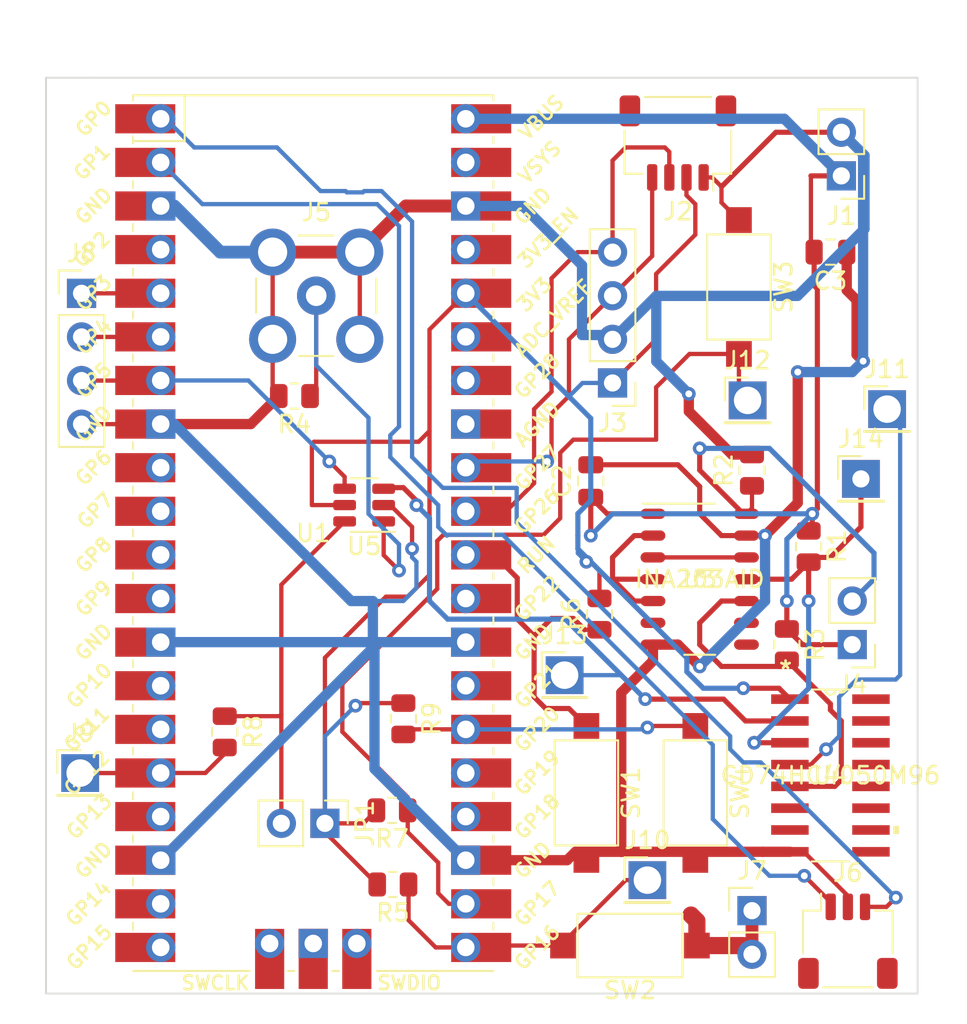
<source format=kicad_pcb>
(kicad_pcb (version 20221018) (generator pcbnew)
  (layers (0 "F.Cu" signal) (31 "B.Cu" signal) (34 "B.Paste" user) (35 "F.Paste" user) (36 "B.SilkS" user "B.Silkscreen") (37 "F.SilkS" user "F.Silkscreen") (38 "B.Mask" user) (39 "F.Mask" user) (44 "Edge.Cuts" user))
  (net 0 "")
  (net 1 "GND")
  (net 2 "+5V")
  (net 3 "+3.3V")
  (net 4 "Net-(J2-Pin_3)")
  (net 5 "Net-(J2-Pin_4)")
  (net 6 "Net-(J4-Pin_2)")
  (net 7 "Net-(J5-In)")
  (net 8 "Net-(J6-Pin_1)")
  (net 9 "Net-(J6-Pin_3)")
  (net 10 "Net-(J8-Pin_1)")
  (net 11 "Net-(J8-Pin_2)")
  (net 12 "Net-(J8-Pin_3)")
  (net 13 "Net-(J9-Pin_1)")
  (net 14 "Net-(J10-Pin_1)")
  (net 15 "Net-(J11-Pin_1)")
  (net 16 "Net-(J12-Pin_1)")
  (net 17 "Net-(J13-Pin_1)")
  (net 18 "Net-(J14-Pin_1)")
  (net 19 "Net-(JP1-B)")
  (net 20 "Net-(U3-CMP2_OUT)")
  (net 21 "Net-(U1-RUN)")
  (net 22 "Net-(U1-GPIO20)")
  (net 45 "Net-(U3-CMP1_IN+)")
  (net 46 "Net-(U3-1-2V_REF_OUT)")
  (footprint "Resistor_SMD:R_0805_2012Metric" (layer "F.Cu") (at 150.368 106.172 90)
    (fp_text reference "R6")
    (fp_text value "R")
  )
  (footprint "Resistor_SMD:R_0805_2012Metric" (layer "F.Cu") (at 128.524 113.03 -90)
    (fp_text reference "R8")
    (fp_text value "R")
  )
  (footprint "Capacitor_SMD:C_0805_2012Metric" (layer "F.Cu") (at 149.86 98.425 90)
    (fp_text reference "C2")
    (fp_text value "10nF")
  )
  (footprint "Button_Switch_SMD:SW_SPST_CK_RS282G05A3" (layer "F.Cu") (at 158.496 87.122 -90)
    (fp_text reference "SW3")
    (fp_text value "SW_Push")
  )
  (footprint "Connector_PinHeader_2.54mm:PinHeader_1x04_P2.54mm_Vertical" (layer "F.Cu") (at 120.18 87.49)
    (fp_text reference "J8")
    (fp_text value "Conn_01x04")
  )
  (footprint "Connector_PinHeader_2.54mm:PinHeader_1x01_P2.54mm_Vertical" (layer "F.Cu") (at 148.336 109.728)
    (fp_text reference "J13")
    (fp_text value "Conn_01x01")
  )
  (footprint "Resistor_SMD:R_0805_2012Metric" (layer "F.Cu") (at 138.938 112.268 -90)
    (fp_text reference "R9")
    (fp_text value "R")
  )
  (footprint "Button_Switch_SMD:SW_SPST_CK_RS282G05A3" (layer "F.Cu") (at 149.606 116.586 -90)
    (fp_text reference "SW1")
    (fp_text value "SW_Push")
  )
  (footprint "Connector_PinHeader_2.54mm:PinHeader_1x01_P2.54mm_Vertical" (layer "F.Cu") (at 120.1 115.43)
    (fp_text reference "J9")
    (fp_text value "Conn_01x01")
  )
  (footprint "Connector_PinHeader_2.54mm:PinHeader_1x02_P2.54mm_Vertical" (layer "F.Cu") (at 134.366 118.359 -90)
    (fp_text reference "JP1")
    (fp_text value "Jumper_2_Open")
  )
  (footprint "Connector_PinHeader_2.54mm:PinHeader_1x02_P2.54mm_Vertical" (layer "F.Cu") (at 165.1 107.95 180)
    (fp_text reference "J4")
    (fp_text value "sensor")
  )
  (footprint "Connector_PinHeader_2.54mm:PinHeader_1x02_P2.54mm_Vertical" (layer "F.Cu") (at 164.465 80.65 180)
    (fp_text reference "J1")
    (fp_text value "power")
  )
  (footprint "Connector_JST:JST_SH_SM03B-SRSS-TB_1x03-1MP_P1.00mm_Horizontal" (layer "F.Cu") (at 164.846 125.222)
    (fp_text reference "J6")
    (fp_text value "Conn_01x03")
  )
  (footprint "Connector_PinHeader_2.54mm:PinHeader_1x01_P2.54mm_Vertical" (layer "F.Cu") (at 159.004 93.726)
    (fp_text reference "J12")
    (fp_text value "Conn_01x01")
  )
  (footprint "Capacitor_SMD:C_0805_2012Metric" (layer "F.Cu") (at 163.83 85.09 180)
    (fp_text reference "C3")
    (fp_text value "3.3uF")
  )
  (footprint "Resistor_SMD:R_0805_2012Metric" (layer "F.Cu") (at 138.3265 121.92 180)
    (fp_text reference "R5")
    (fp_text value "R")
  )
  (footprint "Resistor_SMD:R_0805_2012Metric" (layer "F.Cu") (at 159.258 97.79 90)
    (fp_text reference "R2")
    (fp_text value "R")
  )
  (footprint "Package_TO_SOT_SMD:SOT-23-6" (layer "F.Cu") (at 136.652 99.822 180)
    (fp_text reference "U5")
    (fp_text value "TS5A63157DBV")
  )
  (footprint "Resistor_SMD:R_0805_2012Metric" (layer "F.Cu") (at 132.588 93.472 180)
    (fp_text reference "R4")
    (fp_text value "R")
  )
  (footprint "Connector_PinHeader_2.54mm:PinHeader_1x01_P2.54mm_Vertical" (layer "F.Cu") (at 165.608 98.298)
    (fp_text reference "J14")
    (fp_text value "Conn_01x01")
  )
  (footprint "CD74HC4050M96:CD74HC4050M96" (layer "F.Cu") (at 163.83 115.57)
    (fp_text reference "U4")
    (fp_text value "CD74HC4050M96")
  )
  (footprint "Connector_PinHeader_2.54mm:PinHeader_1x01_P2.54mm_Vertical" (layer "F.Cu") (at 167.132 94.234)
    (fp_text reference "J11")
    (fp_text value "Conn_01x01")
  )
  (footprint "Button_Switch_SMD:SW_SPST_CK_RS282G05A3" (layer "F.Cu") (at 155.956 116.586 -90)
    (fp_text reference "SW4")
    (fp_text value "SW_Push")
  )
  (footprint "Resistor_SMD:R_0805_2012Metric" (layer "F.Cu") (at 161.29 107.95 -90)
    (fp_text reference "R3")
    (fp_text value "R")
  )
  (footprint "MCU_RaspberryPi_and_Boards:RPi_Pico_SMD_TH" (layer "F.Cu") (at 133.685 101.455)
    (fp_text reference "U1")
    (fp_text value "Pico")
  )
  (footprint "Resistor_SMD:R_0805_2012Metric" (layer "F.Cu") (at 162.56 102.235 -90)
    (fp_text reference "R1")
    (fp_text value "R")
  )
  (footprint "Connector_PinHeader_2.54mm:PinHeader_1x01_P2.54mm_Vertical" (layer "F.Cu") (at 153.162 121.666)
    (fp_text reference "J10")
    (fp_text value "Conn_01x01")
  )
  (footprint "Connector_JST:JST_SH_SM04B-SRSS-TB_1x04-1MP_P1.00mm_Horizontal" (layer "F.Cu") (at 154.94 78.74 180)
    (fp_text reference "J2")
    (fp_text value "i2c")
  )
  (footprint "INA203AID:INA203AID" (layer "F.Cu") (at 156.21 104.14)
    (fp_text reference "U3")
    (fp_text value "INA203AID")
  )
  (footprint "Connector_Coaxial:SMB_Jack_Vertical" (layer "F.Cu") (at 133.858 87.63)
    (fp_text reference "J5")
    (fp_text value "Conn_Coaxial")
  )
  (footprint "Button_Switch_SMD:SW_SPST_CK_RS282G05A3" (layer "F.Cu") (at 152.146 125.476 180)
    (fp_text reference "SW2")
    (fp_text value "SW_Push")
  )
  (footprint "Resistor_SMD:R_0805_2012Metric" (layer "F.Cu") (at 138.2795 117.602 180)
    (fp_text reference "R7")
    (fp_text value "R")
  )
  (footprint "Connector_PinHeader_2.54mm:PinHeader_1x02_P2.54mm_Vertical" (layer "F.Cu") (at 159.258 123.444)
    (fp_text reference "J7")
    (fp_text value "ground")
  )
  (footprint "Connector_PinHeader_2.54mm:PinHeader_1x04_P2.54mm_Vertical" (layer "F.Cu") (at 151.13 92.71 180)
    (fp_text reference "J3")
    (fp_text value "display")
  )
  (gr_line (start 168.91 74.93) (end 168.91 128.27) (stroke (width 0.1)) (layer "Edge.Cuts"))
  (gr_line (start 118.11 74.93) (end 120.65 74.93) (stroke (width 0.1)) (layer "Edge.Cuts"))
  (gr_line (start 168.91 128.27) (end 118.11 128.27) (stroke (width 0.1)) (layer "Edge.Cuts"))
  (gr_line (start 120.65 74.93) (end 168.91 74.93) (stroke (width 0.1)) (layer "Edge.Cuts"))
  (gr_line (start 118.11 128.27) (end 118.11 74.93) (stroke (width 0.1)) (layer "Edge.Cuts"))
  (segment (start 161.925 99.695) (end 161.925 92.075) (width 0.6) (layer "F.Cu") (net 1))
  (segment (start 165.354 91.059) (end 165.735 91.44) (width 0.6) (layer "F.Cu") (net 1))
  (segment (start 151.638 120.015) (end 159.893 120.015) (width 0.6) (layer "F.Cu") (net 1))
  (segment (start 156.046 125.476) (end 158.75 125.476) (width 1) (layer "F.Cu") (net 1))
  (segment (start 156.94 80.74) (end 157.48 81.28) (width 0.25) (layer "F.Cu") (net 1))
  (segment (start 164.78 87.31) (end 165.354 87.884) (width 0.6) (layer "F.Cu") (net 1))
  (segment (start 158.75 125.476) (end 159.258 125.984) (width 0.25) (layer "F.Cu") (net 1))
  (segment (start 157.607 81.153) (end 157.48 81.28) (width 0.3) (layer "F.Cu") (net 1))
  (segment (start 131.318 90.17) (end 131.318 93.1145) (width 0.25) (layer "F.Cu") (net 1))
  (segment (start 164.846 123.222) (end 164.846 122.5804) (width 0.25) (layer "F.Cu") (net 1))
  (segment (start 148.481 120.505) (end 148.971 120.015) (width 0.6) (layer "F.Cu") (net 1))
  (segment (start 157.48 101.6) (end 158.934998 101.6) (width 0.3) (layer "F.Cu") (net 1))
  (segment (start 139.446 101.094249) (end 139.446 102.362) (width 0.25) (layer "F.Cu") (net 1))
  (segment (start 164.465 78.11) (end 160.65 78.11) (width 0.3) (layer "F.Cu") (net 1))
  (segment (start 158.0915 96.8775) (end 159.258 96.8775) (width 0.6) (layer "F.Cu") (net 1))
  (segment (start 155.702 123.698) (end 156.046 124.042) (width 1) (layer "F.Cu") (net 1))
  (segment (start 160.65 78.11) (end 157.607 81.153) (width 0.3) (layer "F.Cu") (net 1))
  (segment (start 165.354 87.884) (end 165.354 91.059) (width 0.6) (layer "F.Cu") (net 1))
  (segment (start 142.575 120.505) (end 148.481 120.505) (width 0.6) (layer "F.Cu") (net 1))
  (segment (start 156.21 98.745) (end 156.21 100.33) (width 0.3) (layer "F.Cu") (net 1))
  (segment (start 131.318 85.09) (end 136.398 85.09) (width 0.75) (layer "F.Cu") (net 1))
  (segment (start 156.046 124.042) (end 156.046 125.476) (width 1) (layer "F.Cu") (net 1))
  (segment (start 154.94 97.475) (end 156.21 98.745) (width 0.3) (layer "F.Cu") (net 1))
  (segment (start 139.083 82.405) (end 142.575 82.405) (width 0.75) (layer "F.Cu") (net 1))
  (segment (start 154.94 107.95) (end 156.21 109.22) (width 0.6) (layer "F.Cu") (net 1))
  (segment (start 153.484999 108.897001) (end 151.638 110.744) (width 0.6) (layer "F.Cu") (net 1))
  (segment (start 136.398 85.09) (end 136.398 90.17) (width 0.25) (layer "F.Cu") (net 1))
  (segment (start 156.44 80.74) (end 156.94 80.74) (width 0.25) (layer "F.Cu") (net 1))
  (segment (start 131.318 90.17) (end 131.318 85.09) (width 0.25) (layer "F.Cu") (net 1))
  (segment (start 159.258 125.984) (end 159.258 123.444) (width 0.75) (layer "F.Cu") (net 1))
  (segment (start 162.2806 120.015) (end 161.4678 120.015) (width 0.25) (layer "F.Cu") (net 1))
  (segment (start 130.0425 95.105) (end 131.6755 93.472) (width 0.6) (layer "F.Cu") (net 1))
  (segment (start 151.638 110.744) (end 151.638 120.015) (width 0.6) (layer "F.Cu") (net 1))
  (segment (start 153.484999 107.95) (end 154.94 107.95) (width 0.6) (layer "F.Cu") (net 1))
  (segment (start 120.18 95.11) (end 124.79 95.11) (width 0.25) (layer "F.Cu") (net 1))
  (segment (start 153.416 108.018999) (end 153.484999 107.95) (width 0.6) (layer "F.Cu") (net 1))
  (segment (start 157.48 81.28) (end 157.48 82.206) (width 0.25) (layer "F.Cu") (net 1))
  (segment (start 155.575 93.345) (end 155.575 94.361) (width 0.6) (layer "F.Cu") (net 1))
  (segment (start 157.48 82.206) (end 158.496 83.222) (width 0.25) (layer "F.Cu") (net 1))
  (segment (start 148.971 120.015) (end 151.638 120.015) (width 0.6) (layer "F.Cu") (net 1))
  (segment (start 136.398 85.09) (end 139.083 82.405) (width 0.75) (layer "F.Cu") (net 1))
  (segment (start 160.02 101.6) (end 161.925 99.695) (width 0.6) (layer "F.Cu") (net 1))
  (segment (start 158.934998 101.6) (end 160.02 101.6) (width 0.3) (layer "F.Cu") (net 1))
  (segment (start 161.4678 120.015) (end 159.893 120.015) (width 0.6) (layer "F.Cu") (net 1))
  (segment (start 164.846 122.5804) (end 162.2806 120.015) (width 0.25) (layer "F.Cu") (net 1))
  (segment (start 155.575 94.361) (end 158.0915 96.8775) (width 0.6) (layer "F.Cu") (net 1))
  (segment (start 138.173751 99.822) (end 139.446 101.094249) (width 0.25) (layer "F.Cu") (net 1))
  (segment (start 137.7895 99.822) (end 138.173751 99.822) (width 0.25) (layer "F.Cu") (net 1))
  (segment (start 156.21 100.33) (end 157.48 101.6) (width 0.3) (layer "F.Cu") (net 1))
  (segment (start 131.318 93.1145) (end 131.6755 93.472) (width 0.25) (layer "F.Cu") (net 1))
  (segment (start 149.86 97.475) (end 154.94 97.475) (width 0.3) (layer "F.Cu") (net 1))
  (segment (start 164.78 85.09) (end 164.78 87.31) (width 0.6) (layer "F.Cu") (net 1))
  (segment (start 124.79 95.11) (end 124.795 95.105) (width 0.25) (layer "F.Cu") (net 1))
  (segment (start 124.795 95.105) (end 130.0425 95.105) (width 0.6) (layer "F.Cu") (net 1))
  (segment (start 153.484999 107.95) (end 153.484999 108.897001) (width 0.6) (layer "F.Cu") (net 1))
  (via (at 155.575 93.345) (size 0.8) (drill 0.4) (layers "F.Cu" "B.Cu") (net 1))
  (via (at 161.925 92.075) (size 0.8) (drill 0.4) (layers "F.Cu" "B.Cu") (net 1))
  (via (at 165.735 91.44) (size 0.8) (drill 0.4) (layers "F.Cu" "B.Cu") (net 1))
  (via (at 156.21 109.22) (size 0.8) (drill 0.4) (layers "F.Cu" "B.Cu") (net 1))
  (via (at 160.02 101.6) (size 0.8) (drill 0.4) (layers "F.Cu" "B.Cu") (net 1))
  (via (at 139.446 102.362) (size 0.8) (drill 0.4) (layers "F.Cu" "B.Cu") (net 1))
  (segment (start 161.925 92.075) (end 165.1 92.075) (width 0.6) (layer "B.Cu") (net 1))
  (segment (start 124.795 95.105) (end 125.585 95.105) (width 0.6) (layer "B.Cu") (net 1))
  (segment (start 139.446 102.87) (end 139.7 103.124) (width 0.25) (layer "B.Cu") (net 1))
  (segment (start 124.795 120.505) (end 137.255 108.045) (width 0.6) (layer "B.Cu") (net 1))
  (segment (start 137.305 107.995) (end 137.305 107.805) (width 0.6) (layer "B.Cu") (net 1))
  (segment (start 165.1 92.075) (end 165.735 91.44) (width 0.6) (layer "B.Cu") (net 1))
  (segment (start 164.465 78.11) (end 165.735 79.38) (width 0.3) (layer "B.Cu") (net 1))
  (segment (start 139.446 102.362) (end 139.446 102.87) (width 0.25) (layer "B.Cu") (net 1))
  (segment (start 125.585 82.405) (end 128.27 85.09) (width 0.75) (layer "B.Cu") (net 1))
  (segment (start 142.575 82.405) (end 145.905 82.405) (width 0.6) (layer "B.Cu") (net 1))
  (segment (start 153.68 91.45) (end 153.68 87.64) (width 0.6) (layer "B.Cu") (net 1))
  (segment (start 137.16 105.41) (end 137.16 107.696) (width 0.6) (layer "B.Cu") (net 1))
  (segment (start 160.02 105.41) (end 160.02 101.6) (width 0.6) (layer "B.Cu") (net 1))
  (segment (start 161.915 87.64) (end 165.815 83.74) (width 0.6) (layer "B.Cu") (net 1))
  (segment (start 149.352 85.852) (end 149.352 89.916) (width 0.6) (layer "B.Cu") (net 1))
  (segment (start 142.575 107.805) (end 137.305 107.805) (width 0.6) (layer "B.Cu") (net 1))
  (segment (start 151.404 89.916) (end 153.68 87.64) (width 0.6) (layer "B.Cu") (net 1))
  (segment (start 135.89 105.41) (end 137.16 105.41) (width 0.6) (layer "B.Cu") (net 1))
  (segment (start 137.305 107.805) (end 124.795 107.805) (width 0.6) (layer "B.Cu") (net 1))
  (segment (start 156.21 109.22) (end 160.02 105.41) (width 0.6) (layer "B.Cu") (net 1))
  (segment (start 165.735 79.38) (end 165.735 91.44) (width 0.6) (layer "B.Cu") (net 1))
  (segment (start 138.938 105.41) (end 137.16 105.41) (width 0.25) (layer "B.Cu") (net 1))
  (segment (start 137.255 115.185) (end 142.575 120.505) (width 0.6) (layer "B.Cu") (net 1))
  (segment (start 145.905 82.405) (end 149.352 85.852) (width 0.6) (layer "B.Cu") (net 1))
  (segment (start 149.352 89.916) (end 151.404 89.916) (width 0.6) (layer "B.Cu") (net 1))
  (segment (start 124.795 82.405) (end 125.585 82.405) (width 0.25) (layer "B.Cu") (net 1))
  (segment (start 139.7 104.648) (end 138.938 105.41) (width 0.25) (layer "B.Cu") (net 1))
  (segment (start 165.815 83.74) (end 165.815 79.46) (width 0.6) (layer "B.Cu") (net 1))
  (segment (start 137.255 108.045) (end 137.305 107.995) (width 0.6) (layer "B.Cu") (net 1))
  (segment (start 165.815 79.46) (end 164.465 78.11) (width 0.6) (layer "B.Cu") (net 1))
  (segment (start 153.68 87.64) (end 161.915 87.64) (width 0.6) (layer "B.Cu") (net 1))
  (segment (start 128.27 85.09) (end 131.318 85.09) (width 0.75) (layer "B.Cu") (net 1))
  (segment (start 137.255 108.045) (end 137.255 115.185) (width 0.6) (layer "B.Cu") (net 1))
  (segment (start 155.575 93.345) (end 153.68 91.45) (width 0.6) (layer "B.Cu") (net 1))
  (segment (start 125.585 95.105) (end 135.89 105.41) (width 0.6) (layer "B.Cu") (net 1))
  (segment (start 139.7 103.124) (end 139.7 104.648) (width 0.25) (layer "B.Cu") (net 1))
  (segment (start 162.769339 100.33) (end 162.769339 101.113161) (width 0.3) (layer "F.Cu") (net 2))
  (segment (start 162.692 84.902) (end 162.692 80.65) (width 0.25) (layer "F.Cu") (net 2))
  (segment (start 162.2025 107.95) (end 165.1 107.95) (width 0.3) (layer "F.Cu") (net 2))
  (segment (start 162.88 85.09) (end 162.692 84.902) (width 0.25) (layer "F.Cu") (net 2))
  (segment (start 162.769339 101.113161) (end 162.56 101.3225) (width 0.3) (layer "F.Cu") (net 2))
  (segment (start 161.29 107.0375) (end 162.2025 107.95) (width 0.3) (layer "F.Cu") (net 2))
  (segment (start 161.6475 106.68) (end 161.29 107.0375) (width 0.3) (layer "F.Cu") (net 2))
  (segment (start 149.86 99.375) (end 150.815 100.33) (width 0.3) (layer "F.Cu") (net 2))
  (segment (start 149.86 99.375) (end 149.86 101.6) (width 0.3) (layer "F.Cu") (net 2))
  (segment (start 162.692 80.65) (end 164.465 80.65) (width 0.3) (layer "F.Cu") (net 2))
  (segment (start 163.068 87.229601) (end 162.88 87.041601) (width 0.3) (layer "F.Cu") (net 2))
  (segment (start 162.88 87.041601) (end 162.88 85.09) (width 0.3) (layer "F.Cu") (net 2))
  (segment (start 162.769339 100.33) (end 163.068 100.031339) (width 0.3) (layer "F.Cu") (net 2))
  (segment (start 161.29 107.0375) (end 161.29 105.41) (width 0.3) (layer "F.Cu") (net 2))
  (segment (start 150.815 100.33) (end 153.484999 100.33) (width 0.3) (layer "F.Cu") (net 2))
  (segment (start 162.88 85.09) (end 162.56 85.41) (width 0.25) (layer "F.Cu") (net 2))
  (segment (start 163.068 100.031339) (end 163.068 87.229601) (width 0.3) (layer "F.Cu") (net 2))
  (via (at 149.86 101.6) (size 0.8) (drill 0.4) (layers "F.Cu" "B.Cu") (net 2))
  (via (at 161.29 105.41) (size 0.8) (drill 0.4) (layers "F.Cu" "B.Cu") (net 2))
  (via (at 162.769339 100.33) (size 0.8) (drill 0.4) (layers "F.Cu" "B.Cu") (net 2))
  (segment (start 142.575 77.325) (end 161.14 77.325) (width 0.6) (layer "B.Cu") (net 2))
  (segment (start 161.29 101.809339) (end 161.29 105.41) (width 0.3) (layer "B.Cu") (net 2))
  (segment (start 151.13 100.33) (end 149.86 101.6) (width 0.3) (layer "B.Cu") (net 2))
  (segment (start 162.769339 100.33) (end 151.13 100.33) (width 0.3) (layer "B.Cu") (net 2))
  (segment (start 161.14 77.325) (end 164.465 80.65) (width 0.6) (layer "B.Cu") (net 2))
  (segment (start 162.769339 100.33) (end 161.29 101.809339) (width 0.3) (layer "B.Cu") (net 2))
  (segment (start 136.61 118.359) (end 137.367 117.602) (width 0.25) (layer "F.Cu") (net 3))
  (segment (start 150.368 105.2595) (end 150.368 103.632) (width 0.25) (layer "F.Cu") (net 3))
  (segment (start 155.44 81.78) (end 155.44 80.74) (width 0.25) (layer "F.Cu") (net 3))
  (segment (start 134.366 108.712) (end 137.922 105.156) (width 0.25) (layer "F.Cu") (net 3))
  (segment (start 155.956 82.296) (end 155.44 81.78) (width 0.25) (layer "F.Cu") (net 3))
  (segment (start 139.831653 96.134347) (end 140.462 95.504) (width 0.25) (layer "F.Cu") (net 3))
  (segment (start 137.414 121.92) (end 134.366 118.872) (width 0.25) (layer "F.Cu") (net 3))
  (segment (start 158.75 110.49) (end 160.8328 110.49) (width 0.3) (layer "F.Cu") (net 3))
  (segment (start 134.366 118.359) (end 136.61 118.359) (width 0.25) (layer "F.Cu") (net 3))
  (segment (start 155.956 84.074) (end 155.956 82.296) (width 0.25) (layer "F.Cu") (net 3))
  (segment (start 139.192 105.156) (end 140.462 103.886) (width 0.25) (layer "F.Cu") (net 3))
  (segment (start 133.726347 96.134347) (end 139.831653 96.134347) (width 0.25) (layer "F.Cu") (net 3))
  (segment (start 140.462 89.598) (end 142.575 87.485) (width 0.25) (layer "F.Cu") (net 3))
  (segment (start 133.604 96.256694) (end 133.726347 96.134347) (width 0.25) (layer "F.Cu") (net 3))
  (segment (start 136.2945 111.3555) (end 136.144 111.506) (width 0.25) (layer "F.Cu") (net 3))
  (segment (start 134.366 118.359) (end 134.366 108.712) (width 0.25) (layer "F.Cu") (net 3))
  (segment (start 140.462 103.886) (end 140.462 95.504) (width 0.25) (layer "F.Cu") (net 3))
  (segment (start 137.922 105.156) (end 139.192 105.156) (width 0.25) (layer "F.Cu") (net 3))
  (segment (start 134.366 118.872) (end 134.366 118.359) (width 0.25) (layer "F.Cu") (net 3))
  (segment (start 149.86 103.124) (end 149.606 103.124) (width 0.25) (layer "F.Cu") (net 3))
  (segment (start 153.67 90.17) (end 153.67 86.36) (width 0.25) (layer "F.Cu") (net 3))
  (segment (start 140.462 92.964) (end 140.462 89.598) (width 0.25) (layer "F.Cu") (net 3))
  (segment (start 138.938 111.3555) (end 136.2945 111.3555) (width 0.25) (layer "F.Cu") (net 3))
  (segment (start 160.8328 110.49) (end 161.4678 111.125) (width 0.3) (layer "F.Cu") (net 3))
  (segment (start 140.462 95.504) (end 140.462 92.964) (width 0.25) (layer "F.Cu") (net 3))
  (segment (start 133.604 99.822) (end 133.604 96.256694) (width 0.25) (layer "F.Cu") (net 3))
  (segment (start 153.67 86.36) (end 155.956 84.074) (width 0.25) (layer "F.Cu") (net 3))
  (segment (start 151.13 92.71) (end 153.67 90.17) (width 0.25) (layer "F.Cu") (net 3))
  (segment (start 150.368 103.632) (end 149.86 103.124) (width 0.25) (layer "F.Cu") (net 3))
  (segment (start 135.5145 99.822) (end 133.604 99.822) (width 0.25) (layer "F.Cu") (net 3))
  (via (at 158.75 110.49) (size 0.8) (drill 0.4) (layers "F.Cu" "B.Cu") (net 3))
  (via (at 149.606 103.124) (size 0.8) (drill 0.4) (layers "F.Cu" "B.Cu") (net 3))
  (via (at 136.144 111.506) (size 0.8) (drill 0.4) (layers "F.Cu" "B.Cu") (net 3))
  (segment (start 148.59 93.5) (end 149.86 94.77) (width 0.3) (layer "B.Cu") (net 3))
  (segment (start 149.11 102.374) (end 155.46 108.724) (width 0.3) (layer "B.Cu") (net 3))
  (segment (start 149.11 100.318) (end 149.11 101.612) (width 0.3) (layer "B.Cu") (net 3))
  (segment (start 149.86 99.568) (end 149.11 100.318) (width 0.3) (layer "B.Cu") (net 3))
  (segment (start 149.38 92.71) (end 148.59 93.5) (width 0.25) (layer "B.Cu") (net 3))
  (segment (start 136.144 111.506) (end 134.366 113.284) (width 0.25) (layer "B.Cu") (net 3))
  (segment (start 134.366 113.284) (end 134.366 118.359) (width 0.25) (layer "B.Cu") (net 3))
  (segment (start 142.575 87.485) (end 148.59 93.5) (width 0.3) (layer "B.Cu") (net 3))
  (segment (start 151.13 92.71) (end 149.38 92.71) (width 0.25) (layer "B.Cu") (net 3))
  (segment (start 149.11 101.612) (end 149.11 102.374) (width 0.3) (layer "B.Cu") (net 3))
  (segment (start 149.86 94.77) (end 149.86 99.568) (width 0.3) (layer "B.Cu") (net 3))
  (segment (start 155.46 108.724) (end 155.46 109.530661) (width 0.3) (layer "B.Cu") (net 3))
  (segment (start 155.46 109.530661) (end 156.419339 110.49) (width 0.3) (layer "B.Cu") (net 3))
  (segment (start 149.606 103.124) (end 149.11 102.628) (width 0.25) (layer "B.Cu") (net 3))
  (segment (start 156.419339 110.49) (end 158.75 110.49) (width 0.3) (layer "B.Cu") (net 3))
  (segment (start 149.11 102.628) (end 149.11 101.612) (width 0.25) (layer "B.Cu") (net 3))
  (segment (start 154.44 79.256) (end 154.178 78.994) (width 0.25) (layer "F.Cu") (net 4))
  (segment (start 147.574 86.614) (end 149.098 85.09) (width 0.25) (layer "F.Cu") (net 4))
  (segment (start 151.13 79.756) (end 151.13 85.09) (width 0.25) (layer "F.Cu") (net 4))
  (segment (start 151.892 78.994) (end 151.13 79.756) (width 0.25) (layer "F.Cu") (net 4))
  (segment (start 149.098 85.09) (end 151.13 85.09) (width 0.25) (layer "F.Cu") (net 4))
  (segment (start 146.558 94.234) (end 147.574 93.218) (width 0.25) (layer "F.Cu") (net 4))
  (segment (start 146.558 98.552) (end 146.558 94.234) (width 0.25) (layer "F.Cu") (net 4))
  (segment (start 144.925 100.185) (end 146.558 98.552) (width 0.25) (layer "F.Cu") (net 4))
  (segment (start 154.44 80.74) (end 154.44 79.256) (width 0.25) (layer "F.Cu") (net 4))
  (segment (start 154.178 78.994) (end 151.892 78.994) (width 0.25) (layer "F.Cu") (net 4))
  (segment (start 142.575 100.185) (end 144.925 100.185) (width 0.25) (layer "F.Cu") (net 4))
  (segment (start 147.574 93.218) (end 147.574 86.614) (width 0.25) (layer "F.Cu") (net 4))
  (segment (start 147.574 97.028) (end 147.32 97.282) (width 0.25) (layer "F.Cu") (net 5))
  (segment (start 151.13 87.63) (end 148.59 90.17) (width 0.25) (layer "F.Cu") (net 5))
  (segment (start 148.59 93.472) (end 147.574 94.488) (width 0.25) (layer "F.Cu") (net 5))
  (segment (start 151.13 87.63) (end 153.44 85.32) (width 0.25) (layer "F.Cu") (net 5))
  (segment (start 147.574 94.488) (end 147.574 97.028) (width 0.25) (layer "F.Cu") (net 5))
  (segment (start 153.44 85.32) (end 153.44 80.74) (width 0.25) (layer "F.Cu") (net 5))
  (segment (start 148.59 90.17) (end 148.59 93.472) (width 0.25) (layer "F.Cu") (net 5))
  (segment (start 144.29 97.645) (end 142.575 97.645) (width 0.3) (layer "F.Cu") (net 5))
  (via (at 147.32 97.282) (size 0.8) (drill 0.4) (layers "F.Cu" "B.Cu") (net 5))
  (segment (start 147.32 97.282) (end 142.938 97.282) (width 0.25) (layer "B.Cu") (net 5))
  (segment (start 142.938 97.282) (end 142.575 97.645) (width 0.25) (layer "B.Cu") (net 5))
  (segment (start 158.934998 100.33) (end 158.75 100.33) (width 0.3) (layer "F.Cu") (net 6))
  (segment (start 156.21 97.79) (end 156.21 96.52) (width 0.3) (layer "F.Cu") (net 6))
  (segment (start 159.258 100.006998) (end 158.934998 100.33) (width 0.25) (layer "F.Cu") (net 6))
  (segment (start 159.258 98.7025) (end 159.258 100.006998) (width 0.25) (layer "F.Cu") (net 6))
  (segment (start 158.75 100.33) (end 156.21 97.79) (width 0.3) (layer "F.Cu") (net 6))
  (via (at 156.21 96.52) (size 0.8) (drill 0.4) (layers "F.Cu" "B.Cu") (net 6))
  (segment (start 156.21 96.52) (end 160.274 96.52) (width 0.3) (layer "B.Cu") (net 6))
  (segment (start 160.274 96.52) (end 166.37 102.616) (width 0.3) (layer "B.Cu") (net 6))
  (segment (start 166.37 102.616) (end 166.37 104.14) (width 0.3) (layer "B.Cu") (net 6))
  (segment (start 166.37 104.14) (end 165.1 105.41) (width 0.3) (layer "B.Cu") (net 6))
  (segment (start 137.7895 102.7375) (end 137.7895 100.772) (width 0.25) (layer "F.Cu") (net 7))
  (segment (start 133.5005 93.472) (end 133.858 93.1145) (width 0.25) (layer "F.Cu") (net 7))
  (segment (start 133.858 93.1145) (end 133.858 87.63) (width 0.25) (layer "F.Cu") (net 7))
  (segment (start 138.684 103.632) (end 137.7895 102.7375) (width 0.25) (layer "F.Cu") (net 7))
  (via (at 138.684 103.632) (size 0.8) (drill 0.4) (layers "F.Cu" "B.Cu") (net 7))
  (segment (start 136.906 94.742) (end 133.858 91.694) (width 0.25) (layer "B.Cu") (net 7))
  (segment (start 138.684 102.108) (end 136.906 100.33) (width 0.25) (layer "B.Cu") (net 7))
  (segment (start 133.858 91.694) (end 133.858 87.63) (width 0.25) (layer "B.Cu") (net 7))
  (segment (start 136.906 100.33) (end 136.906 94.742) (width 0.25) (layer "B.Cu") (net 7))
  (segment (start 138.684 103.632) (end 138.684 102.108) (width 0.25) (layer "B.Cu") (net 7))
  (segment (start 163.814 122.92) (end 163.814 123.19) (width 0.25) (layer "F.Cu") (net 8))
  (segment (start 163.814 123.19) (end 163.846 123.222) (width 0.25) (layer "F.Cu") (net 8))
  (segment (start 162.306 121.412) (end 163.814 122.92) (width 0.25) (layer "F.Cu") (net 8))
  (via (at 162.306 121.412) (size 0.8) (drill 0.4) (layers "F.Cu" "B.Cu") (net 8))
  (segment (start 138.176 95.758) (end 138.684 95.25) (width 0.25) (layer "B.Cu") (net 8))
  (segment (start 141.478 101.6) (end 140.97 101.092) (width 0.25) (layer "B.Cu") (net 8))
  (segment (start 156.972 118.11) (end 156.972 113.792) (width 0.25) (layer "B.Cu") (net 8))
  (segment (start 140.97 99.822) (end 138.176 97.028) (width 0.25) (layer "B.Cu") (net 8))
  (segment (start 144.73 101.55) (end 141.528 101.55) (width 0.25) (layer "B.Cu") (net 8))
  (segment (start 141.528 101.55) (end 141.478 101.6) (width 0.25) (layer "B.Cu") (net 8))
  (segment (start 138.176 97.028) (end 138.176 95.758) (width 0.25) (layer "B.Cu") (net 8))
  (segment (start 138.684 95.25) (end 138.684 83.566) (width 0.25) (layer "B.Cu") (net 8))
  (segment (start 137.414 82.296) (end 127.226 82.296) (width 0.25) (layer "B.Cu") (net 8))
  (segment (start 162.306 121.412) (end 160.274 121.412) (width 0.25) (layer "B.Cu") (net 8))
  (segment (start 160.274 121.412) (end 156.972 118.11) (width 0.25) (layer "B.Cu") (net 8))
  (segment (start 140.97 101.092) (end 140.97 99.822) (width 0.25) (layer "B.Cu") (net 8))
  (segment (start 156.972 113.792) (end 144.73 101.55) (width 0.25) (layer "B.Cu") (net 8))
  (segment (start 138.684 83.566) (end 137.414 82.296) (width 0.25) (layer "B.Cu") (net 8))
  (segment (start 127.226 82.296) (end 124.795 79.865) (width 0.25) (layer "B.Cu") (net 8))
  (segment (start 167.1 123.222) (end 167.64 122.682) (width 0.25) (layer "F.Cu") (net 9))
  (segment (start 165.846 123.222) (end 167.1 123.222) (width 0.25) (layer "F.Cu") (net 9))
  (via (at 167.64 122.682) (size 0.8) (drill 0.4) (layers "F.Cu" "B.Cu") (net 9))
  (segment (start 135.644009 81.610001) (end 135.568008 81.534) (width 0.25) (layer "B.Cu") (net 9))
  (segment (start 136.575991 81.610001) (end 135.644009 81.610001) (width 0.25) (layer "B.Cu") (net 9))
  (segment (start 167.64 122.682) (end 159.766 114.808) (width 0.25) (layer "B.Cu") (net 9))
  (segment (start 139.446 83.312) (end 137.668 81.534) (width 0.25) (layer "B.Cu") (net 9))
  (segment (start 137.668 81.534) (end 136.651992 81.534) (width 0.25) (layer "B.Cu") (net 9))
  (segment (start 139.446 97.028) (end 139.446 83.312) (width 0.25) (layer "B.Cu") (net 9))
  (segment (start 136.651992 81.534) (end 136.575991 81.610001) (width 0.25) (layer "B.Cu") (net 9))
  (segment (start 158.75 114.808) (end 157.988 114.046) (width 0.25) (layer "B.Cu") (net 9))
  (segment (start 135.568008 81.534) (end 134.112 81.534) (width 0.25) (layer "B.Cu") (net 9))
  (segment (start 126.746 78.994) (end 125.476 77.724) (width 0.25) (layer "B.Cu") (net 9))
  (segment (start 145.542 98.82) (end 141.238 98.82) (width 0.25) (layer "B.Cu") (net 9))
  (segment (start 134.112 81.534) (end 131.572 78.994) (width 0.25) (layer "B.Cu") (net 9))
  (segment (start 157.988 114.046) (end 157.988 113.284) (width 0.25) (layer "B.Cu") (net 9))
  (segment (start 145.542 100.838) (end 145.542 98.82) (width 0.25) (layer "B.Cu") (net 9))
  (segment (start 157.988 113.284) (end 145.542 100.838) (width 0.25) (layer "B.Cu") (net 9))
  (segment (start 141.238 98.82) (end 139.446 97.028) (width 0.25) (layer "B.Cu") (net 9))
  (segment (start 131.572 78.994) (end 126.746 78.994) (width 0.25) (layer "B.Cu") (net 9))
  (segment (start 159.766 114.808) (end 158.75 114.808) (width 0.25) (layer "B.Cu") (net 9))
  (segment (start 120.18 87.49) (end 124.79 87.49) (width 0.25) (layer "F.Cu") (net 10))
  (segment (start 124.79 87.49) (end 124.795 87.485) (width 0.25) (layer "F.Cu") (net 10))
  (segment (start 120.18 90.03) (end 124.79 90.03) (width 0.25) (layer "F.Cu") (net 11))
  (segment (start 124.79 90.03) (end 124.795 90.025) (width 0.25) (layer "F.Cu") (net 11))
  (segment (start 124.79 92.57) (end 124.795 92.565) (width 0.25) (layer "F.Cu") (net 12))
  (segment (start 120.18 92.57) (end 124.79 92.57) (width 0.25) (layer "F.Cu") (net 12))
  (segment (start 135.5145 98.1765) (end 135.5145 98.872) (width 0.25) (layer "F.Cu") (net 12))
  (segment (start 134.62 97.282) (end 135.5145 98.1765) (width 0.25) (layer "F.Cu") (net 12))
  (via (at 134.62 97.282) (size 0.8) (drill 0.4) (layers "F.Cu" "B.Cu") (net 12))
  (segment (start 134.62 97.282) (end 129.903 92.565) (width 0.25) (layer "B.Cu") (net 12))
  (segment (start 129.903 92.565) (end 124.795 92.565) (width 0.25) (layer "B.Cu") (net 12))
  (segment (start 120.1 115.43) (end 124.79 115.43) (width 0.25) (layer "F.Cu") (net 13))
  (segment (start 124.79 115.43) (end 124.795 115.425) (width 0.25) (layer "F.Cu") (net 13))
  (segment (start 128.524 113.9425) (end 128.524 114.3) (width 0.25) (layer "F.Cu") (net 13))
  (segment (start 127.399 115.425) (end 124.795 115.425) (width 0.25) (layer "F.Cu") (net 13))
  (segment (start 128.524 114.3) (end 127.399 115.425) (width 0.25) (layer "F.Cu") (net 13))
  (segment (start 148.246 125.476) (end 142.684 125.476) (width 0.25) (layer "F.Cu") (net 14))
  (segment (start 140.825 125.585) (end 142.575 125.585) (width 0.25) (layer "F.Cu") (net 14))
  (segment (start 139.239 123.999) (end 140.825 125.585) (width 0.25) (layer "F.Cu") (net 14))
  (segment (start 142.684 125.476) (end 142.575 125.585) (width 0.25) (layer "F.Cu") (net 14))
  (segment (start 148.246 125.312) (end 151.892 121.666) (width 0.25) (layer "F.Cu") (net 14))
  (segment (start 148.246 125.476) (end 148.246 125.312) (width 0.25) (layer "F.Cu") (net 14))
  (segment (start 151.892 121.666) (end 153.162 121.666) (width 0.25) (layer "F.Cu") (net 14))
  (segment (start 139.239 121.92) (end 139.239 123.999) (width 0.25) (layer "F.Cu") (net 14))
  (segment (start 161.4678 114.935) (end 162.687 114.935) (width 0.25) (layer "F.Cu") (net 15))
  (segment (start 162.687 114.935) (end 163.576 114.046) (width 0.25) (layer "F.Cu") (net 15))
  (via (at 163.576 114.046) (size 0.8) (drill 0.4) (layers "F.Cu" "B.Cu") (net 15))
  (segment (start 163.576 114.046) (end 164.338 113.284) (width 0.25) (layer "B.Cu") (net 15))
  (segment (start 167.894 94.996) (end 167.132 94.234) (width 0.25) (layer "B.Cu") (net 15))
  (segment (start 167.64 109.982) (end 167.894 109.728) (width 0.25) (layer "B.Cu") (net 15))
  (segment (start 164.338 113.284) (end 164.338 110.998) (width 0.25) (layer "B.Cu") (net 15))
  (segment (start 164.338 110.998) (end 165.354 109.982) (width 0.25) (layer "B.Cu") (net 15))
  (segment (start 165.354 109.982) (end 167.64 109.982) (width 0.25) (layer "B.Cu") (net 15))
  (segment (start 167.894 109.728) (end 167.894 94.996) (width 0.25) (layer "B.Cu") (net 15))
  (segment (start 135.382 110.236) (end 135.382 113.03) (width 0.25) (layer "F.Cu") (net 16))
  (segment (start 141.274 101.55) (end 140.912 101.912) (width 0.25) (layer "F.Cu") (net 16))
  (segment (start 140.912 101.912) (end 140.912 104.706) (width 0.25) (layer "F.Cu") (net 16))
  (segment (start 148.082 96.774) (end 148.082 100.584) (width 0.25) (layer "F.Cu") (net 16))
  (segment (start 139.192 117.602) (end 139.192 118.872) (width 0.25) (layer "F.Cu") (net 16))
  (segment (start 140.97 122.428) (end 141.587 123.045) (width 0.25) (layer "F.Cu") (net 16))
  (segment (start 139.192 117.602) (end 138.938 117.348) (width 0.25) (layer "F.Cu") (net 16))
  (segment (start 135.382 113.03) (end 139.192 116.84) (width 0.25) (layer "F.Cu") (net 16))
  (segment (start 139.192 118.872) (end 140.97 120.65) (width 0.25) (layer "F.Cu") (net 16))
  (segment (start 139.192 116.84) (end 139.192 117.602) (width 0.25) (layer "F.Cu") (net 16))
  (segment (start 148.082 100.584) (end 147.116 101.55) (width 0.25) (layer "F.Cu") (net 16))
  (segment (start 140.97 120.65) (end 140.97 122.428) (width 0.25) (layer "F.Cu") (net 16))
  (segment (start 153.67 92.964) (end 153.67 96.012) (width 0.25) (layer "F.Cu") (net 16))
  (segment (start 158.496 91.022) (end 158.496 93.218) (width 0.25) (layer "F.Cu") (net 16))
  (segment (start 158.496 93.218) (end 159.004 93.726) (width 0.25) (layer "F.Cu") (net 16))
  (segment (start 148.844 96.012) (end 148.082 96.774) (width 0.25) (layer "F.Cu") (net 16))
  (segment (start 141.587 123.045) (end 142.575 123.045) (width 0.25) (layer "F.Cu") (net 16))
  (segment (start 147.116 101.55) (end 141.274 101.55) (width 0.25) (layer "F.Cu") (net 16))
  (segment (start 140.912 104.706) (end 135.382 110.236) (width 0.25) (layer "F.Cu") (net 16))
  (segment (start 158.496 91.022) (end 155.612 91.022) (width 0.25) (layer "F.Cu") (net 16))
  (segment (start 153.67 96.012) (end 148.844 96.012) (width 0.25) (layer "F.Cu") (net 16))
  (segment (start 155.612 91.022) (end 153.67 92.964) (width 0.25) (layer "F.Cu") (net 16))
  (segment (start 138.938 98.806) (end 137.8555 98.806) (width 0.3) (layer "F.Cu") (net 17))
  (segment (start 153.035 111.125) (end 157.607 111.125) (width 0.3) (layer "F.Cu") (net 17))
  (segment (start 137.8555 98.806) (end 137.7895 98.872) (width 0.3) (layer "F.Cu") (net 17))
  (segment (start 157.607 111.125) (end 158.877 112.395) (width 0.3) (layer "F.Cu") (net 17))
  (segment (start 139.7 99.822) (end 139.7 99.568) (width 0.3) (layer "F.Cu") (net 17))
  (segment (start 139.7 99.568) (end 138.938 98.806) (width 0.3) (layer "F.Cu") (net 17))
  (segment (start 158.877 112.395) (end 161.4678 112.395) (width 0.3) (layer "F.Cu") (net 17))
  (via (at 153.035 111.125) (size 0.8) (drill 0.4) (layers "F.Cu" "B.Cu") (net 17))
  (via (at 139.7 99.822) (size 0.8) (drill 0.4) (layers "F.Cu" "B.Cu") (net 17))
  (segment (start 141.517 106.465) (end 140.462 105.41) (width 0.3) (layer "B.Cu") (net 17))
  (segment (start 151.638 109.728) (end 148.375 106.465) (width 0.3) (layer "B.Cu") (net 17))
  (segment (start 140.462 100.584) (end 139.7 99.822) (width 0.3) (layer "B.Cu") (net 17))
  (segment (start 153.035 111.125) (end 151.638 109.728) (width 0.3) (layer "B.Cu") (net 17))
  (segment (start 140.462 105.41) (end 140.462 100.584) (width 0.3) (layer "B.Cu") (net 17))
  (segment (start 148.375 106.465) (end 141.517 106.465) (width 0.3) (layer "B.Cu") (net 17))
  (segment (start 148.336 109.728) (end 151.638 109.728) (width 0.25) (layer "B.Cu") (net 17))
  (segment (start 161.4678 113.665) (end 159.385 113.665) (width 0.3) (layer "F.Cu") (net 18))
  (segment (start 165.608 101.092) (end 165.608 98.298) (width 0.3) (layer "F.Cu") (net 18))
  (segment (start 162.56 103.1475) (end 161.5675 104.14) (width 0.3) (layer "F.Cu") (net 18))
  (segment (start 162.56 105.41) (end 162.56 103.1475) (width 0.3) (layer "F.Cu") (net 18))
  (segment (start 161.5675 104.14) (end 158.934998 104.14) (width 0.3) (layer "F.Cu") (net 18))
  (segment (start 162.56 103.1475) (end 162.8375 102.87) (width 0.3) (layer "F.Cu") (net 18))
  (segment (start 162.8375 102.87) (end 163.83 102.87) (width 0.3) (layer "F.Cu") (net 18))
  (segment (start 163.83 102.87) (end 165.608 101.092) (width 0.3) (layer "F.Cu") (net 18))
  (via (at 162.56 105.41) (size 0.8) (drill 0.4) (layers "F.Cu" "B.Cu") (net 18))
  (via (at 159.385 113.665) (size 0.8) (drill 0.4) (layers "F.Cu" "B.Cu") (net 18))
  (segment (start 159.385 113.665) (end 162.56 110.49) (width 0.3) (layer "B.Cu") (net 18))
  (segment (start 162.56 110.49) (end 162.56 105.41) (width 0.3) (layer "B.Cu") (net 18))
  (segment (start 135.5145 100.772) (end 131.826 104.4605) (width 0.25) (layer "F.Cu") (net 19))
  (segment (start 131.826 112.014) (end 131.826 113.792) (width 0.25) (layer "F.Cu") (net 19))
  (segment (start 131.7225 112.1175) (end 131.826 112.014) (width 0.25) (layer "F.Cu") (net 19))
  (segment (start 131.826 113.792) (end 131.826 118.359) (width 0.25) (layer "F.Cu") (net 19))
  (segment (start 128.524 112.1175) (end 131.7225 112.1175) (width 0.25) (layer "F.Cu") (net 19))
  (segment (start 131.826 104.4605) (end 131.826 112.014) (width 0.25) (layer "F.Cu") (net 19))
  (segment (start 164.465 112.395) (end 164.465 115.824) (width 0.3) (layer "F.Cu") (net 20))
  (segment (start 158.934998 105.41) (end 157.48 105.41) (width 0.3) (layer "F.Cu") (net 20))
  (segment (start 164.465 115.824) (end 164.084 116.205) (width 0.3) (layer "F.Cu") (net 20))
  (segment (start 163.83 111.4025) (end 163.83 111.76) (width 0.3) (layer "F.Cu") (net 20))
  (segment (start 156.21 107.95) (end 157.48 109.22) (width 0.3) (layer "F.Cu") (net 20))
  (segment (start 161.29 108.8625) (end 163.83 111.4025) (width 0.3) (layer "F.Cu") (net 20))
  (segment (start 160.9325 109.22) (end 161.29 108.8625) (width 0.3) (layer "F.Cu") (net 20))
  (segment (start 157.48 109.22) (end 160.9325 109.22) (width 0.3) (layer "F.Cu") (net 20))
  (segment (start 164.084 116.205) (end 161.4678 116.205) (width 0.3) (layer "F.Cu") (net 20))
  (segment (start 156.21 106.68) (end 156.21 107.95) (width 0.3) (layer "F.Cu") (net 20))
  (segment (start 157.48 105.41) (end 156.21 106.68) (width 0.3) (layer "F.Cu") (net 20))
  (segment (start 163.83 111.76) (end 164.465 112.395) (width 0.3) (layer "F.Cu") (net 20))
  (segment (start 146.558 107.442) (end 147.574 106.426) (width 0.3) (layer "F.Cu") (net 21))
  (segment (start 150.368 107.0845) (end 149.5025 107.0845) (width 0.25) (layer "F.Cu") (net 21))
  (segment (start 147.574 106.426) (end 148.844 106.426) (width 0.3) (layer "F.Cu") (net 21))
  (segment (start 144.235 102.725) (end 145.575 104.065) (width 0.3) (layer "F.Cu") (net 21))
  (segment (start 145.575 106.459) (end 146.558 107.442) (width 0.3) (layer "F.Cu") (net 21))
  (segment (start 146.558 107.442) (end 146.558 110.998) (width 0.3) (layer "F.Cu") (net 21))
  (segment (start 148.844 106.426) (end 149.5025 107.0845) (width 0.3) (layer "F.Cu") (net 21))
  (segment (start 142.575 102.725) (end 144.235 102.725) (width 0.3) (layer "F.Cu") (net 21))
  (segment (start 145.575 104.065) (end 145.575 106.459) (width 0.3) (layer "F.Cu") (net 21))
  (segment (start 147.23 111.67) (end 148.59 111.67) (width 0.3) (layer "F.Cu") (net 21))
  (segment (start 146.558 110.998) (end 147.23 111.67) (width 0.3) (layer "F.Cu") (net 21))
  (segment (start 148.59 111.67) (end 149.606 112.686) (width 0.3) (layer "F.Cu") (net 21))
  (segment (start 139.2335 112.885) (end 142.575 112.885) (width 0.25) (layer "F.Cu") (net 22))
  (segment (start 155.956 112.686) (end 153.252 112.686) (width 0.25) (layer "F.Cu") (net 22))
  (segment (start 138.938 113.1805) (end 139.2335 112.885) (width 0.25) (layer "F.Cu") (net 22))
  (segment (start 153.252 112.686) (end 153.162 112.776) (width 0.25) (layer "F.Cu") (net 22))
  (via (at 153.162 112.776) (size 0.8) (drill 0.4) (layers "F.Cu" "B.Cu") (net 22))
  (segment (start 153.053 112.885) (end 142.575 112.885) (width 0.25) (layer "B.Cu") (net 22))
  (segment (start 153.162 112.776) (end 153.053 112.885) (width 0.25) (layer "B.Cu") (net 22))
  (segment (start 152.4 101.6) (end 151.13 102.87) (width 0.3) (layer "F.Cu") (net 45))
  (segment (start 153.484999 101.6) (end 152.4 101.6) (width 0.3) (layer "F.Cu") (net 45))
  (segment (start 151.13 102.87) (end 151.13 104.14) (width 0.3) (layer "F.Cu") (net 45))
  (segment (start 152.4 105.41) (end 153.484999 105.41) (width 0.3) (layer "F.Cu") (net 45))
  (segment (start 153.484999 104.14) (end 151.13 104.14) (width 0.3) (layer "F.Cu") (net 45))
  (segment (start 151.13 104.14) (end 152.4 105.41) (width 0.3) (layer "F.Cu") (net 45))
  (segment (start 158.934998 102.87) (end 153.484999 102.87) (width 0.25) (layer "F.Cu") (net 46))
)
</source>
